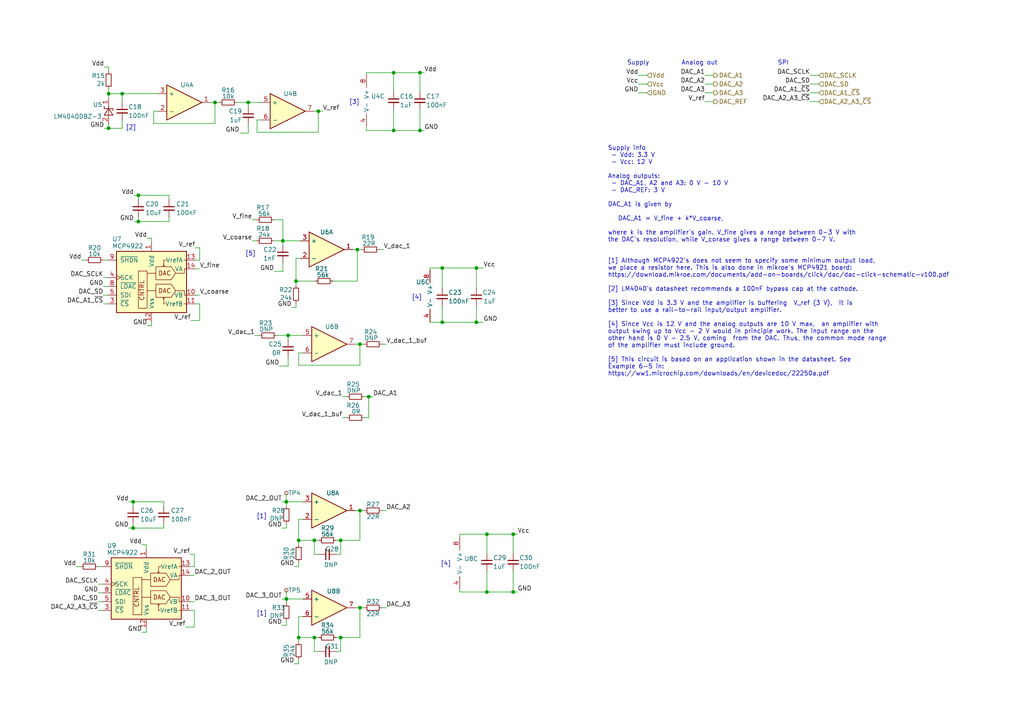
<source format=kicad_sch>
(kicad_sch (version 20211123) (generator eeschema)
  (paper "A4")
  (lib_symbols
    (symbol "Analog_DAC:MCP4922" (pin_names (offset 1.016))
      (property "Reference" "U" (at -1.905 10.795 0))
      (property "Value" "MCP4922" (at -1.905 8.89 0))
      (symbol "MCP4922_0_0"
        (polyline (pts (xy 3.556 -5.842) (xy 3.302 -6.096)))
        (polyline (pts (xy 3.556 -5.842) (xy 3.81 -6.096)))
        (polyline (pts (xy 3.556 3.302) (xy 3.302 3.556)))
        (polyline (pts (xy 3.556 3.302) (xy 3.81 3.556)))
        (polyline (pts (xy 10.16 -7.62) (xy 9.398 -7.62)))
        (polyline (pts (xy 10.16 5.08) (xy 9.398 5.08)))
        (polyline (pts (xy 4.064 -7.62) (xy 3.556 -7.62) (xy 3.556 -5.842)))
        (polyline (pts (xy 4.318 5.08) (xy 3.556 5.08) (xy 3.556 3.302)))
        (polyline (pts (xy 6.985 -3.81) (xy 9.525 -3.81) (xy 9.525 -5.08) (xy 10.16 -5.08)))
        (polyline (pts (xy 6.985 1.27) (xy 9.525 1.27) (xy 9.525 2.54) (xy 10.16 2.54)))
        (text "CNTRL" (at -2.032 -6.731 900) (effects (font (size 1.27 1.27)) (justify left bottom)))
        (text "DAC" (at 3.81 -3.81 0) (effects (font (size 1.27 1.27))))
        (text "DAC" (at 3.81 1.27 0) (effects (font (size 1.27 1.27))))
      )
      (symbol "MCP4922_0_1"
        (rectangle (start -10.16 7.62) (end 10.16 -10.16) (stroke (width 0.254)) (fill (type background)))
        (rectangle (start -1.27 -8.89) (end -3.81 1.905))
        (polyline (pts (xy 1.27 -3.81) (xy -1.27 -3.81)))
        (polyline (pts (xy 1.27 1.27) (xy -1.27 1.27)))
        (polyline (pts (xy 6.985 -3.81) (xy 5.715 -1.905) (xy 1.27 -1.905) (xy 1.27 -5.715) (xy 5.715 -5.715) (xy 6.985 -3.81)))
        (polyline (pts (xy 6.985 1.27) (xy 5.715 3.175) (xy 1.27 3.175) (xy 1.27 -0.635) (xy 5.715 -0.635) (xy 6.985 1.27)))
      )
      (symbol "MCP4922_1_1"
        (pin power_in line (at 0 10.16 270) (length 2.54) (name "Vdd") (number "1"))
        (pin output line (at 12.7 -5.08 180) (length 2.54) (name "VB") (number "10"))
        (pin input line (at 12.7 -7.62 180) (length 2.54) (name "VrefB") (number "11"))
        (pin power_in line (at 0 -12.7 90) (length 2.54) (name "Vss") (number "12"))
        (pin input line (at 12.7 5.08 180) (length 2.54) (name "VrefA") (number "13"))
        (pin output line (at 12.7 2.54 180) (length 2.54) (name "VA") (number "14"))
        (pin no_connect line (at -7.62 -12.7 90) (length 2.54) hide (name "NC") (number "2"))
        (pin input line (at -12.7 -7.62 0) (length 2.54) (name "~{CS}") (number "3"))
        (pin input clock (at -12.7 0 0) (length 2.54) (name "SCK") (number "4"))
        (pin input line (at -12.7 -5.08 0) (length 2.54) (name "SDI") (number "5"))
        (pin no_connect line (at -5.08 -12.7 90) (length 2.54) hide (name "NC") (number "6"))
        (pin no_connect line (at -2.54 -12.7 90) (length 2.54) hide (name "NC") (number "7"))
        (pin input line (at -12.7 -2.54 0) (length 2.54) (name "~{LDAC}") (number "8"))
        (pin output line (at -12.7 5.08 0) (length 2.54) (name "~{SHDN}") (number "9"))
      )
    )
    (symbol "Connector:TestPoint_Small" (pin_numbers hide) (pin_names (offset 0.762) hide)
      (property "Reference" "TP" (at 0 3.81 0))
      (property "Value" "TestPoint_Small" (at 0 2.032 0))
      (symbol "TestPoint_Small_0_1"
        (circle (center 0 0) (radius 0.508))
      )
      (symbol "TestPoint_Small_1_1"
        (pin passive line (at 0 0 90) (length 0) (name "1") (number "1"))
      )
    )
    (symbol "Device:C_Small" (pin_numbers hide) (pin_names (offset 0.254) hide)
      (property "Reference" "C" (at 0.254 1.778 0))
      (property "Value" "C_Small" (at 0.254 -2.032 0))
      (symbol "C_Small_0_1"
        (polyline (pts (xy -1.524 -0.508) (xy 1.524 -0.508)) (stroke (width 0.3302)))
        (polyline (pts (xy -1.524 0.508) (xy 1.524 0.508)) (stroke (width 0.3048)))
      )
      (symbol "C_Small_1_1"
        (pin passive line (at 0 2.54 270) (length 2.032) (name "~") (number "1"))
        (pin passive line (at 0 -2.54 90) (length 2.032) (name "~") (number "2"))
      )
    )
    (symbol "Device:Opamp_Dual"
      (property "Reference" "U" (at 0 5.08 0))
      (property "Value" "Opamp_Dual" (at 0 -5.08 0))
      (symbol "Opamp_Dual_1_1"
        (polyline (pts (xy -5.08 5.08) (xy 5.08 0) (xy -5.08 -5.08) (xy -5.08 5.08)) (stroke (width 0.254)) (fill (type background)))
        (pin output line (at 7.62 0 180) (length 2.54) (name "~") (number "1"))
        (pin input line (at -7.62 -2.54 0) (length 2.54) (name "-") (number "2"))
        (pin input line (at -7.62 2.54 0) (length 2.54) (name "+") (number "3"))
      )
      (symbol "Opamp_Dual_2_1"
        (polyline (pts (xy -5.08 5.08) (xy 5.08 0) (xy -5.08 -5.08) (xy -5.08 5.08)) (stroke (width 0.254)) (fill (type background)))
        (pin input line (at -7.62 2.54 0) (length 2.54) (name "+") (number "5"))
        (pin input line (at -7.62 -2.54 0) (length 2.54) (name "-") (number "6"))
        (pin output line (at 7.62 0 180) (length 2.54) (name "~") (number "7"))
      )
      (symbol "Opamp_Dual_3_1"
        (pin power_in line (at -2.54 -7.62 90) (length 3.81) (name "V-") (number "4"))
        (pin power_in line (at -2.54 7.62 270) (length 3.81) (name "V+") (number "8"))
      )
    )
    (symbol "Device:R_Small" (pin_numbers hide) (pin_names (offset 0.254) hide)
      (property "Reference" "R" (at 0.762 0.508 0))
      (property "Value" "R_Small" (at 0.762 -1.016 0))
      (symbol "R_Small_0_1"
        (rectangle (start -0.762 1.778) (end 0.762 -1.778) (stroke (width 0.2032)))
      )
      (symbol "R_Small_1_1"
        (pin passive line (at 0 2.54 270) (length 0.762) (name "~") (number "1"))
        (pin passive line (at 0 -2.54 90) (length 0.762) (name "~") (number "2"))
      )
    )
    (symbol "Reference_Voltage:LM4040DBZ-3" (pin_names (offset 0.0254) hide)
      (property "Reference" "U" (at 0 2.54 0))
      (property "Value" "LM4040DBZ-3" (at 0 -3.175 0))
      (symbol "LM4040DBZ-3_0_1"
        (polyline (pts (xy -1.27 0) (xy 0 0) (xy 1.27 0)))
        (polyline (pts (xy -1.27 -1.27) (xy 0.635 0) (xy -1.27 1.27) (xy -1.27 -1.27)) (stroke (width 0.2032)))
        (polyline (pts (xy 0 -1.27) (xy 0.635 -1.27) (xy 0.635 1.27) (xy 1.27 1.27)) (stroke (width 0.2032)))
      )
      (symbol "LM4040DBZ-3_1_1"
        (pin passive line (at 3.81 0 180) (length 2.54) (name "K") (number "1"))
        (pin passive line (at -3.81 0 0) (length 2.54) (name "A") (number "2"))
      )
    )
  )
  (junction (at 40.132 56.642))
  (junction (at 82.042 69.85))
  (junction (at 104.394 148.082))
  (junction (at 98.806 184.912))
  (junction (at 83.058 145.542))
  (junction (at 31.496 37.211))
  (junction (at 62.357 29.718))
  (junction (at 83.566 97.282))
  (junction (at 141.224 171.704))
  (junction (at 121.793 37.846))
  (junction (at 91.186 156.718))
  (junction (at 121.793 21.082))
  (junction (at 106.934 115.062))
  (junction (at 148.844 154.94))
  (junction (at 83.058 173.736))
  (junction (at 104.394 176.276))
  (junction (at 128.27 77.724))
  (junction (at 85.852 81.534))
  (junction (at 128.27 93.472))
  (junction (at 86.614 184.912))
  (junction (at 91.186 184.912))
  (junction (at 141.224 154.94))
  (junction (at 138.176 77.724))
  (junction (at 38.608 145.542))
  (junction (at 138.176 93.472))
  (junction (at 72.009 29.718))
  (junction (at 104.394 99.822))
  (junction (at 92.329 32.258))
  (junction (at 31.496 27.178))
  (junction (at 114.173 37.846))
  (junction (at 35.433 27.178))
  (junction (at 148.844 171.704))
  (junction (at 86.614 156.718))
  (junction (at 103.632 72.39))
  (junction (at 38.608 153.162))
  (junction (at 114.173 21.082))
  (junction (at 98.806 156.718))
  (junction (at 40.132 64.262))
  (wire (pts (xy 148.844 171.704) (xy 150.114 171.704)))
  (wire (pts (xy 29.972 85.598) (xy 31.242 85.598)))
  (wire (pts (xy 29.972 88.138) (xy 31.242 88.138)))
  (wire (pts (xy 110.744 99.822) (xy 112.014 99.822)))
  (wire (pts (xy 92.456 160.782) (xy 91.186 160.782)))
  (wire (pts (xy 56.388 177.038) (xy 56.388 181.864)))
  (wire (pts (xy 85.344 192.532) (xy 86.614 192.532)))
  (wire (pts (xy 91.186 156.718) (xy 92.456 156.718)))
  (wire (pts (xy 128.27 77.724) (xy 128.27 83.566)))
  (wire (pts (xy 29.972 75.438) (xy 31.242 75.438)))
  (wire (pts (xy 56.642 77.978) (xy 57.912 77.978)))
  (wire (pts (xy 53.848 181.864) (xy 56.388 181.864)))
  (wire (pts (xy 80.264 97.282) (xy 83.566 97.282)))
  (wire (pts (xy 141.224 165.608) (xy 141.224 171.704)))
  (wire (pts (xy 35.433 27.178) (xy 45.847 27.178)))
  (wire (pts (xy 141.224 160.528) (xy 141.224 154.94)))
  (wire (pts (xy 133.35 154.94) (xy 133.35 155.702)))
  (wire (pts (xy 98.806 156.718) (xy 104.394 156.718)))
  (wire (pts (xy 98.806 160.782) (xy 98.806 156.718)))
  (wire (pts (xy 148.844 154.94) (xy 150.114 154.94)))
  (wire (pts (xy 234.95 29.464) (xy 237.49 29.464)))
  (wire (pts (xy 41.148 183.388) (xy 42.418 183.388)))
  (wire (pts (xy 81.788 145.542) (xy 83.058 145.542)))
  (wire (pts (xy 128.27 88.646) (xy 128.27 93.472)))
  (wire (pts (xy 97.536 184.912) (xy 98.806 184.912)))
  (wire (pts (xy 87.884 178.816) (xy 86.614 178.816)))
  (wire (pts (xy 97.536 160.782) (xy 98.806 160.782)))
  (wire (pts (xy 86.614 178.816) (xy 86.614 184.912)))
  (wire (pts (xy 85.344 164.338) (xy 86.614 164.338)))
  (wire (pts (xy 138.176 88.646) (xy 138.176 93.472)))
  (wire (pts (xy 87.884 150.622) (xy 86.614 150.622)))
  (wire (pts (xy 86.614 164.338) (xy 86.614 163.068)))
  (wire (pts (xy 72.009 29.718) (xy 75.819 29.718)))
  (wire (pts (xy 73.152 69.85) (xy 74.422 69.85)))
  (wire (pts (xy 81.788 173.736) (xy 83.058 173.736)))
  (wire (pts (xy 55.372 92.964) (xy 57.912 92.964)))
  (wire (pts (xy 83.058 153.162) (xy 83.058 151.892)))
  (wire (pts (xy 28.448 171.958) (xy 29.718 171.958)))
  (wire (pts (xy 204.47 21.844) (xy 207.01 21.844)))
  (wire (pts (xy 99.314 115.062) (xy 100.584 115.062)))
  (wire (pts (xy 42.672 94.488) (xy 43.942 94.488)))
  (wire (pts (xy 83.566 97.282) (xy 87.884 97.282)))
  (wire (pts (xy 124.714 77.724) (xy 128.27 77.724)))
  (wire (pts (xy 138.176 77.724) (xy 138.176 83.566)))
  (wire (pts (xy 84.582 89.154) (xy 85.852 89.154)))
  (wire (pts (xy 106.934 121.158) (xy 106.934 115.062)))
  (wire (pts (xy 35.433 29.718) (xy 35.433 27.178)))
  (wire (pts (xy 57.912 88.138) (xy 56.642 88.138)))
  (wire (pts (xy 98.806 188.976) (xy 98.806 184.912)))
  (wire (pts (xy 28.448 164.338) (xy 29.718 164.338)))
  (wire (pts (xy 86.614 184.912) (xy 91.186 184.912)))
  (wire (pts (xy 82.042 76.2) (xy 82.042 78.74)))
  (wire (pts (xy 37.338 145.542) (xy 38.608 145.542)))
  (wire (pts (xy 121.793 37.846) (xy 123.063 37.846)))
  (wire (pts (xy 91.186 160.782) (xy 91.186 156.718)))
  (wire (pts (xy 41.148 157.988) (xy 42.418 157.988)))
  (wire (pts (xy 102.362 72.39) (xy 103.632 72.39)))
  (wire (pts (xy 40.132 64.262) (xy 49.022 64.262)))
  (wire (pts (xy 55.118 160.782) (xy 56.388 160.782)))
  (wire (pts (xy 114.173 26.67) (xy 114.173 21.082)))
  (wire (pts (xy 138.176 77.724) (xy 140.208 77.724)))
  (wire (pts (xy 92.329 32.258) (xy 93.599 32.258)))
  (wire (pts (xy 31.496 19.431) (xy 31.496 20.701)))
  (wire (pts (xy 42.672 69.088) (xy 43.942 69.088)))
  (wire (pts (xy 204.47 26.924) (xy 207.01 26.924)))
  (wire (pts (xy 38.862 56.642) (xy 40.132 56.642)))
  (wire (pts (xy 56.642 71.882) (xy 57.912 71.882)))
  (wire (pts (xy 121.793 21.082) (xy 123.063 21.082)))
  (wire (pts (xy 82.042 69.85) (xy 82.042 71.12)))
  (wire (pts (xy 86.614 192.532) (xy 86.614 191.262)))
  (wire (pts (xy 83.566 106.172) (xy 83.566 103.632)))
  (wire (pts (xy 96.52 81.534) (xy 103.632 81.534)))
  (wire (pts (xy 44.577 32.258) (xy 44.577 35.814)))
  (wire (pts (xy 141.224 154.94) (xy 148.844 154.94)))
  (wire (pts (xy 104.394 99.822) (xy 103.124 99.822)))
  (wire (pts (xy 114.173 37.846) (xy 121.793 37.846)))
  (wire (pts (xy 92.329 32.258) (xy 91.059 32.258)))
  (wire (pts (xy 85.852 81.534) (xy 85.852 82.804)))
  (wire (pts (xy 83.058 173.736) (xy 83.058 175.006)))
  (wire (pts (xy 114.173 21.082) (xy 121.793 21.082)))
  (wire (pts (xy 83.058 181.356) (xy 83.058 180.086)))
  (wire (pts (xy 109.982 72.39) (xy 111.252 72.39)))
  (wire (pts (xy 148.844 160.528) (xy 148.844 154.94)))
  (wire (pts (xy 148.844 165.608) (xy 148.844 171.704)))
  (wire (pts (xy 69.469 38.608) (xy 72.009 38.608)))
  (wire (pts (xy 44.577 35.814) (xy 62.357 35.814)))
  (wire (pts (xy 38.608 145.542) (xy 38.608 146.812)))
  (wire (pts (xy 105.664 121.158) (xy 106.934 121.158)))
  (wire (pts (xy 31.496 37.211) (xy 35.433 37.211)))
  (wire (pts (xy 45.847 32.258) (xy 44.577 32.258)))
  (wire (pts (xy 56.642 85.598) (xy 57.912 85.598)))
  (wire (pts (xy 121.793 26.67) (xy 121.793 21.082)))
  (wire (pts (xy 72.009 38.608) (xy 72.009 36.068)))
  (wire (pts (xy 30.226 19.431) (xy 31.496 19.431)))
  (wire (pts (xy 98.806 184.912) (xy 104.394 184.912)))
  (wire (pts (xy 133.35 171.704) (xy 141.224 171.704)))
  (wire (pts (xy 124.714 78.232) (xy 124.714 77.724)))
  (wire (pts (xy 42.418 157.988) (xy 42.418 159.258)))
  (wire (pts (xy 86.614 156.718) (xy 91.186 156.718)))
  (wire (pts (xy 68.707 29.718) (xy 72.009 29.718)))
  (wire (pts (xy 106.299 21.59) (xy 106.299 21.082)))
  (wire (pts (xy 43.942 69.088) (xy 43.942 70.358)))
  (wire (pts (xy 85.852 81.534) (xy 85.852 74.93)))
  (wire (pts (xy 28.448 177.038) (xy 29.718 177.038)))
  (wire (pts (xy 56.388 164.338) (xy 55.118 164.338)))
  (wire (pts (xy 42.418 183.388) (xy 42.418 182.118)))
  (wire (pts (xy 62.357 29.718) (xy 63.627 29.718)))
  (wire (pts (xy 83.058 171.196) (xy 83.058 173.736)))
  (wire (pts (xy 138.176 93.472) (xy 140.208 93.472)))
  (wire (pts (xy 47.498 145.542) (xy 47.498 146.812)))
  (wire (pts (xy 133.35 154.94) (xy 141.224 154.94)))
  (wire (pts (xy 72.009 29.718) (xy 72.009 30.988)))
  (wire (pts (xy 57.912 88.138) (xy 57.912 92.964)))
  (wire (pts (xy 133.35 170.942) (xy 133.35 171.704)))
  (wire (pts (xy 31.496 35.941) (xy 31.496 37.211)))
  (wire (pts (xy 110.744 176.276) (xy 112.014 176.276)))
  (wire (pts (xy 104.394 184.912) (xy 104.394 176.276)))
  (wire (pts (xy 103.124 176.276) (xy 104.394 176.276)))
  (wire (pts (xy 204.47 29.464) (xy 207.01 29.464)))
  (wire (pts (xy 106.934 115.062) (xy 108.204 115.062)))
  (wire (pts (xy 86.614 156.718) (xy 86.614 157.988)))
  (wire (pts (xy 92.456 188.976) (xy 91.186 188.976)))
  (wire (pts (xy 81.788 153.162) (xy 83.058 153.162)))
  (wire (pts (xy 55.118 166.878) (xy 56.388 166.878)))
  (wire (pts (xy 38.608 153.162) (xy 47.498 153.162)))
  (wire (pts (xy 104.394 156.718) (xy 104.394 148.082)))
  (wire (pts (xy 30.226 37.211) (xy 31.496 37.211)))
  (wire (pts (xy 81.026 106.172) (xy 83.566 106.172)))
  (wire (pts (xy 234.95 26.924) (xy 237.49 26.924)))
  (wire (pts (xy 87.884 102.362) (xy 86.614 102.362)))
  (wire (pts (xy 40.132 56.642) (xy 49.022 56.642)))
  (wire (pts (xy 91.186 188.976) (xy 91.186 184.912)))
  (wire (pts (xy 91.186 184.912) (xy 92.456 184.912)))
  (wire (pts (xy 92.329 38.354) (xy 92.329 32.258)))
  (wire (pts (xy 97.536 156.718) (xy 98.806 156.718)))
  (wire (pts (xy 138.176 93.472) (xy 128.27 93.472)))
  (wire (pts (xy 104.394 148.082) (xy 105.664 148.082)))
  (wire (pts (xy 81.788 181.356) (xy 83.058 181.356)))
  (wire (pts (xy 87.884 145.542) (xy 83.058 145.542)))
  (wire (pts (xy 56.388 160.782) (xy 56.388 164.338)))
  (wire (pts (xy 82.042 63.754) (xy 82.042 69.85)))
  (wire (pts (xy 204.47 24.384) (xy 207.01 24.384)))
  (wire (pts (xy 83.058 173.736) (xy 87.884 173.736)))
  (wire (pts (xy 85.852 89.154) (xy 85.852 87.884)))
  (wire (pts (xy 110.744 148.082) (xy 112.014 148.082)))
  (wire (pts (xy 104.394 105.918) (xy 104.394 99.822)))
  (wire (pts (xy 28.448 169.418) (xy 29.718 169.418)))
  (wire (pts (xy 86.614 105.918) (xy 104.394 105.918)))
  (wire (pts (xy 185.166 24.384) (xy 187.706 24.384)))
  (wire (pts (xy 106.299 36.83) (xy 106.299 37.846)))
  (wire (pts (xy 40.132 56.642) (xy 40.132 57.912)))
  (wire (pts (xy 83.058 143.002) (xy 83.058 145.542)))
  (wire (pts (xy 103.124 148.082) (xy 104.394 148.082)))
  (wire (pts (xy 38.608 151.892) (xy 38.608 153.162)))
  (wire (pts (xy 97.536 188.976) (xy 98.806 188.976)))
  (wire (pts (xy 28.448 174.498) (xy 29.718 174.498)))
  (wire (pts (xy 47.498 153.162) (xy 47.498 151.892)))
  (wire (pts (xy 79.502 69.85) (xy 82.042 69.85)))
  (wire (pts (xy 82.042 78.74) (xy 79.502 78.74)))
  (wire (pts (xy 99.314 121.158) (xy 100.584 121.158)))
  (wire (pts (xy 85.852 81.534) (xy 91.44 81.534)))
  (wire (pts (xy 57.912 71.882) (xy 57.912 75.438)))
  (wire (pts (xy 38.862 64.262) (xy 40.132 64.262)))
  (wire (pts (xy 31.496 27.178) (xy 31.496 28.321)))
  (wire (pts (xy 105.664 115.062) (xy 106.934 115.062)))
  (wire (pts (xy 57.912 75.438) (xy 56.642 75.438)))
  (wire (pts (xy 104.394 176.276) (xy 105.664 176.276)))
  (wire (pts (xy 62.357 35.814) (xy 62.357 29.718)))
  (wire (pts (xy 75.819 34.798) (xy 74.549 34.798)))
  (wire (pts (xy 185.166 21.844) (xy 187.706 21.844)))
  (wire (pts (xy 86.614 184.912) (xy 86.614 186.182)))
  (wire (pts (xy 234.95 21.844) (xy 237.49 21.844)))
  (wire (pts (xy 22.098 164.338) (xy 23.368 164.338)))
  (wire (pts (xy 37.338 153.162) (xy 38.608 153.162)))
  (wire (pts (xy 114.173 31.75) (xy 114.173 37.846)))
  (wire (pts (xy 73.914 97.282) (xy 75.184 97.282)))
  (wire (pts (xy 87.122 69.85) (xy 82.042 69.85)))
  (wire (pts (xy 40.132 62.992) (xy 40.132 64.262)))
  (wire (pts (xy 56.388 177.038) (xy 55.118 177.038)))
  (wire (pts (xy 74.549 34.798) (xy 74.549 38.354)))
  (wire (pts (xy 29.972 83.058) (xy 31.242 83.058)))
  (wire (pts (xy 29.972 80.518) (xy 31.242 80.518)))
  (wire (pts (xy 55.118 174.498) (xy 56.388 174.498)))
  (wire (pts (xy 83.566 97.282) (xy 83.566 98.552)))
  (wire (pts (xy 62.357 29.718) (xy 61.087 29.718)))
  (wire (pts (xy 106.299 21.082) (xy 114.173 21.082)))
  (wire (pts (xy 43.942 94.488) (xy 43.942 93.218)))
  (wire (pts (xy 49.022 56.642) (xy 49.022 57.912)))
  (wire (pts (xy 86.614 150.622) (xy 86.614 156.718)))
  (wire (pts (xy 79.502 63.754) (xy 82.042 63.754)))
  (wire (pts (xy 35.433 27.178) (xy 31.496 27.178)))
  (wire (pts (xy 234.95 24.384) (xy 237.49 24.384)))
  (wire (pts (xy 83.058 145.542) (xy 83.058 146.812)))
  (wire (pts (xy 73.152 63.754) (xy 74.422 63.754)))
  (wire (pts (xy 103.632 72.39) (xy 104.902 72.39)))
  (wire (pts (xy 35.433 34.798) (xy 35.433 37.211)))
  (wire (pts (xy 128.27 77.724) (xy 138.176 77.724)))
  (wire (pts (xy 23.622 75.438) (xy 24.892 75.438)))
  (wire (pts (xy 121.793 31.75) (xy 121.793 37.846)))
  (wire (pts (xy 128.27 93.472) (xy 124.714 93.472)))
  (wire (pts (xy 104.394 99.822) (xy 105.664 99.822)))
  (wire (pts (xy 86.614 102.362) (xy 86.614 105.918)))
  (wire (pts (xy 49.022 64.262) (xy 49.022 62.992)))
  (wire (pts (xy 85.852 74.93) (xy 87.122 74.93)))
  (wire (pts (xy 185.166 26.924) (xy 187.706 26.924)))
  (wire (pts (xy 103.632 72.39) (xy 103.632 81.534)))
  (wire (pts (xy 31.496 25.781) (xy 31.496 27.178)))
  (wire (pts (xy 74.549 38.354) (xy 92.329 38.354)))
  (wire (pts (xy 141.224 171.704) (xy 148.844 171.704)))
  (wire (pts (xy 106.299 37.846) (xy 114.173 37.846)))
  (wire (pts (xy 38.608 145.542) (xy 47.498 145.542)))
  (text "[4]" (at 127.762 164.338 0) (effects (font (size 1.27 1.27)) (justify left bottom)))
  (text "[1]" (at 77.47 178.816 180) (effects (font (size 1.27 1.27)) (justify right bottom)))
  (text "Supply info\n - Vdd: 3.3 V\n - Vcc: 12 V\n\nAnalog outputs:\n - DAC_A1, A2 and A3: 0 V - 10 V\n - DAC_REF: 3 V\n\nDAC_A1 is given by\n\n   DAC_A1 = V_fine + k*V_coarse,\n\nwhere k is the amplifier's gain. V_fine gives a range between 0-3 V with\nthe DAC's resolution, while V_corase gives a range between 0-7 V.\n\n\n[1] Although MCP4922's does not seem to specify some minimum output load, \nwe place a resistor here. This is also done in mikroe's MCP4921 board:\nhttps://download.mikroe.com/documents/add-on-boards/click/dac/dac-click-schematic-v100.pdf\n\n[2] LM4040's datasheet recommends a 100nF bypass cap at the cathode.\n\n[3] Since Vdd is 3.3 V and the amplifier is buffering  V_ref (3 V),  it is \nbetter to use a rail-to-rail input/output amplifier.\n\n[4] Since Vcc is 12 V and the analog outputs are 10 V max,  an amplifier with\noutput swing up to Vcc - 2 V would in principle work. The input range on the\nother hand is 0 V - 2.5 V, coming  from the DAC. Thus, the common mode range \nof the amplifier must include ground. \n\n[5] This circuit is based on an application shown in the datasheet. See \nExample 6-5 in:\nhttps://ww1.microchip.com/downloads/en/devicedoc/22250a.pdf" (at 176.276 109.22 0) (effects (font (size 1.27 1.27)) (justify left bottom)))
  (text "[3]" (at 101.219 30.48 0) (effects (font (size 1.27 1.27)) (justify left bottom)))
  (text "[1]" (at 77.47 150.622 180) (effects (font (size 1.27 1.27)) (justify right bottom)))
  (text "[2]" (at 36.449 37.846 0) (effects (font (size 1.27 1.27)) (justify left bottom)))
  (text "Analog out" (at 197.612 19.05 0) (effects (font (size 1.27 1.27)) (justify left bottom)))
  (text "SPI" (at 225.552 19.05 0) (effects (font (size 1.27 1.27)) (justify left bottom)))
  (text "[5]" (at 71.12 74.422 0) (effects (font (size 1.27 1.27)) (justify left bottom)))
  (text "Supply" (at 181.864 19.05 0) (effects (font (size 1.27 1.27)) (justify left bottom)))
  (text "[4]" (at 119.38 87.122 0) (effects (font (size 1.27 1.27)) (justify left bottom)))
  (label "DAC_SD" (at 29.972 85.598 180))
  (label "GND" (at 28.448 171.958 180))
  (label "DAC_3_OUT" (at 81.788 173.736 180))
  (label "GND" (at 85.344 192.532 180))
  (label "DAC_2_OUT" (at 56.388 166.878 0))
  (label "GND" (at 38.862 64.262 180))
  (label "V_ref" (at 55.118 160.782 180))
  (label "GND" (at 150.114 171.704 0))
  (label "Vdd" (at 185.166 21.844 180))
  (label "V_dac_1" (at 111.252 72.39 0))
  (label "GND" (at 140.208 93.472 0))
  (label "V_ref" (at 55.372 92.964 180))
  (label "DAC_A3" (at 204.47 26.924 180))
  (label "DAC_A1_~{CS}" (at 29.972 88.138 180))
  (label "Vdd" (at 22.098 164.338 180))
  (label "DAC_SCLK" (at 28.448 169.418 180))
  (label "GND" (at 84.582 89.154 180))
  (label "GND" (at 42.672 94.488 180))
  (label "GND" (at 37.338 153.162 180))
  (label "DAC_3_OUT" (at 56.388 174.498 0))
  (label "Vdd" (at 41.148 157.988 180))
  (label "V_fine" (at 73.152 63.754 180))
  (label "DAC_A2_A3_~{CS}" (at 28.448 177.038 180))
  (label "GND" (at 29.972 83.058 180))
  (label "GND" (at 81.026 106.172 180))
  (label "Vdd" (at 30.226 19.431 180))
  (label "GND" (at 81.788 153.162 180))
  (label "Vdd" (at 37.338 145.542 180))
  (label "V_dac_1" (at 73.914 97.282 180))
  (label "V_dac_1_buf" (at 99.314 121.158 180))
  (label "V_dac_1_buf" (at 112.014 99.822 0))
  (label "V_coarse" (at 57.912 85.598 0))
  (label "V_dac_1" (at 99.314 115.062 180))
  (label "V_ref" (at 56.642 71.882 180))
  (label "DAC_SCLK" (at 234.95 21.844 180))
  (label "DAC_SCLK" (at 29.972 80.518 180))
  (label "DAC_A1_~{CS}" (at 234.95 26.924 180))
  (label "Vcc" (at 150.114 154.94 0))
  (label "Vdd" (at 38.862 56.642 180))
  (label "V_ref" (at 93.599 32.258 0))
  (label "V_fine" (at 57.912 77.978 0))
  (label "GND" (at 185.166 26.924 180))
  (label "GND" (at 79.502 78.74 180))
  (label "DAC_SD" (at 234.95 24.384 180))
  (label "DAC_A2" (at 204.47 24.384 180))
  (label "GND" (at 85.344 164.338 180))
  (label "V_ref" (at 53.848 181.864 180))
  (label "GND" (at 30.226 37.211 180))
  (label "Vdd" (at 23.622 75.438 180))
  (label "DAC_SD" (at 28.448 174.498 180))
  (label "DAC_2_OUT" (at 81.788 145.542 180))
  (label "GND" (at 123.063 37.846 0))
  (label "Vdd" (at 42.672 69.088 180))
  (label "V_ref" (at 204.47 29.464 180))
  (label "DAC_A1" (at 108.204 115.062 0))
  (label "Vcc" (at 185.166 24.384 180))
  (label "GND" (at 41.148 183.388 180))
  (label "Vdd" (at 123.063 21.082 0))
  (label "DAC_A2" (at 112.014 148.082 0))
  (label "GND" (at 69.469 38.608 180))
  (label "V_coarse" (at 73.152 69.85 180))
  (label "DAC_A1" (at 204.47 21.844 180))
  (label "GND" (at 81.788 181.356 180))
  (label "Vcc" (at 140.208 77.724 0))
  (label "DAC_A3" (at 112.014 176.276 0))
  (label "DAC_A2_A3_~{CS}" (at 234.95 29.464 180))
  (hierarchical_label "Vcc" (shape input) (at 187.706 24.384 0))
  (hierarchical_label "DAC_SCLK" (shape input) (at 237.49 21.844 0))
  (hierarchical_label "DAC_A3" (shape output) (at 207.01 26.924 0))
  (hierarchical_label "DAC_A1" (shape output) (at 207.01 21.844 0))
  (hierarchical_label "DAC_REF" (shape output) (at 207.01 29.464 0))
  (hierarchical_label "DAC_A2_A3_~{CS}" (shape input) (at 237.49 29.464 0))
  (hierarchical_label "Vdd" (shape input) (at 187.706 21.844 0))
  (hierarchical_label "DAC_A1_~{CS}" (shape input) (at 237.49 26.924 0))
  (hierarchical_label "DAC_SD" (shape input) (at 237.49 24.384 0))
  (hierarchical_label "GND" (shape input) (at 187.706 26.924 0))
  (hierarchical_label "DAC_A2" (shape output) (at 207.01 24.384 0))
  (symbol (lib_id "Device:C_Small") (at 141.224 163.068 0) (unit 1)
    (property "Reference" "C29" (at 143.002 161.798 0) (effects (justify left)))
    (property "Value" "1uF" (at 143.002 164.338 0) (effects (justify left)))
    (property "Footprint" "Capacitor_SMD:C_0805_2012Metric_Pad1.18x1.45mm_HandSolder" (effects hide))
  )
  (symbol (lib_id "Device:Opamp_Dual") (at 108.839 29.21 0) (unit 3)
    (property "Reference" "U4" (at 107.569 27.9399 0) (effects (justify left)))
    (property "Value" "Opamp_Dual" (effects hide))
    (property "Footprint" "Package_SO:SOIC-8_3.9x4.9mm_P1.27mm" (effects hide))
  )
  (symbol (lib_id "Device:C_Small") (at 94.996 188.976 90) (unit 1)
    (property "Reference" "C31" (at 98.298 187.452 90) (effects (justify left)))
    (property "Value" "DNP" (at 98.044 192.024 90) (effects (justify left)))
    (property "Footprint" "Capacitor_SMD:C_0805_2012Metric_Pad1.18x1.45mm_HandSolder" (effects hide))
  )
  (symbol (lib_id "Device:C_Small") (at 35.433 32.258 0) (unit 1)
    (property "Reference" "C18" (at 37.211 30.988 0) (effects (justify left)))
    (property "Value" "100nF" (at 37.211 33.528 0) (effects (justify left)))
    (property "Footprint" "Capacitor_SMD:C_0805_2012Metric_Pad1.18x1.45mm_HandSolder" (effects hide))
  )
  (symbol (lib_id "Device:R_Small") (at 94.996 184.912 90) (unit 1)
    (property "Reference" "R34" (at 94.996 181.356 90))
    (property "Value" "56k" (at 94.996 183.134 90))
    (property "Footprint" "Resistor_SMD:R_0805_2012Metric_Pad1.20x1.40mm_HandSolder" (effects hide))
  )
  (symbol (lib_id "Device:C_Small") (at 121.793 29.21 0) (unit 1)
    (property "Reference" "C17" (at 123.571 27.94 0) (effects (justify left)))
    (property "Value" "100nF" (at 123.571 30.48 0) (effects (justify left)))
    (property "Footprint" "Capacitor_SMD:C_0805_2012Metric_Pad1.18x1.45mm_HandSolder" (effects hide))
  )
  (symbol (lib_id "Device:C_Small") (at 40.132 60.452 0) (unit 1)
    (property "Reference" "C20" (at 42.164 59.182 0) (effects (justify left)))
    (property "Value" "10uF" (at 42.164 61.722 0) (effects (justify left)))
    (property "Footprint" "Capacitor_SMD:C_0805_2012Metric_Pad1.18x1.45mm_HandSolder" (effects hide))
  )
  (symbol (lib_id "Device:Opamp_Dual") (at 95.504 148.082 0) (unit 1)
    (property "Reference" "U8" (at 96.52 143.002 0))
    (property "Value" "Opamp_Dual" (effects hide))
    (property "Footprint" "Package_SO:SOIC-8_3.9x4.9mm_P1.27mm" (effects hide))
  )
  (symbol (lib_id "Device:C_Small") (at 72.009 33.528 0) (mirror y) (unit 1)
    (property "Reference" "C19" (at 70.231 32.258 0) (effects (justify left)))
    (property "Value" "1uF" (at 70.231 34.798 0) (effects (justify left)))
    (property "Footprint" "Capacitor_SMD:C_0805_2012Metric_Pad1.18x1.45mm_HandSolder" (effects hide))
  )
  (symbol (lib_id "Device:R_Small") (at 66.167 29.718 90) (unit 1)
    (property "Reference" "R16" (at 66.167 26.162 90))
    (property "Value" "10k" (at 66.167 27.94 90))
    (property "Footprint" "Resistor_SMD:R_0805_2012Metric_Pad1.20x1.40mm_HandSolder" (effects hide))
  )
  (symbol (lib_id "Device:R_Small") (at 83.058 177.546 0) (mirror y) (unit 1)
    (property "Reference" "R33" (at 80.772 176.276 0))
    (property "Value" "DNP" (at 80.264 178.562 0))
    (property "Footprint" "Resistor_SMD:R_0805_2012Metric_Pad1.20x1.40mm_HandSolder" (effects hide))
  )
  (symbol (lib_id "Device:R_Small") (at 25.908 164.338 90) (unit 1)
    (property "Reference" "R31" (at 25.908 160.782 90))
    (property "Value" "10k" (at 25.908 162.56 90))
    (property "Footprint" "Resistor_SMD:R_0805_2012Metric_Pad1.20x1.40mm_HandSolder" (effects hide))
  )
  (symbol (lib_id "Device:R_Small") (at 27.432 75.438 90) (unit 1)
    (property "Reference" "R20" (at 27.432 71.882 90))
    (property "Value" "10k" (at 27.432 73.66 90))
    (property "Footprint" "Resistor_SMD:R_0805_2012Metric_Pad1.20x1.40mm_HandSolder" (effects hide))
  )
  (symbol (lib_id "Device:R_Small") (at 108.204 176.276 270) (unit 1)
    (property "Reference" "R32" (at 108.204 174.498 90))
    (property "Value" "22R" (at 108.204 178.054 90))
    (property "Footprint" "Resistor_SMD:R_0805_2012Metric_Pad1.20x1.40mm_HandSolder" (effects hide))
  )
  (symbol (lib_id "Device:R_Small") (at 77.724 97.282 90) (mirror x) (unit 1)
    (property "Reference" "R23" (at 78.994 93.726 90) (effects (justify left)))
    (property "Value" "DNP" (at 79.248 95.504 90) (effects (justify left)))
    (property "Footprint" "Resistor_SMD:R_0805_2012Metric_Pad1.20x1.40mm_HandSolder" (effects hide))
  )
  (symbol (lib_id "Device:C_Small") (at 82.042 73.66 0) (mirror y) (unit 1)
    (property "Reference" "C22" (at 80.264 72.39 0) (effects (justify left)))
    (property "Value" "1nF" (at 80.01 74.93 0) (effects (justify left)))
    (property "Footprint" "Capacitor_SMD:C_0805_2012Metric_Pad1.18x1.45mm_HandSolder" (effects hide))
  )
  (symbol (lib_id "Device:R_Small") (at 108.204 99.822 90) (mirror x) (unit 1)
    (property "Reference" "R24" (at 109.474 96.266 90) (effects (justify left)))
    (property "Value" "DNP" (at 109.728 98.044 90) (effects (justify left)))
    (property "Footprint" "Resistor_SMD:R_0805_2012Metric_Pad1.20x1.40mm_HandSolder" (effects hide))
  )
  (symbol (lib_id "Device:Opamp_Dual") (at 94.742 72.39 0) (unit 1)
    (property "Reference" "U6" (at 94.742 67.31 0))
    (property "Value" "Opamp_Dual" (effects hide))
    (property "Footprint" "Package_SO:SOIC-8_3.9x4.9mm_P1.27mm" (effects hide))
  )
  (symbol (lib_id "Device:Opamp_Dual") (at 135.89 163.322 0) (unit 3)
    (property "Reference" "U8" (at 134.62 162.0519 0) (effects (justify left)))
    (property "Value" "Opamp_Dual" (effects hide))
    (property "Footprint" "Package_SO:SOIC-8_3.9x4.9mm_P1.27mm" (effects hide))
  )
  (symbol (lib_id "Device:R_Small") (at 103.124 121.158 90) (mirror x) (unit 1)
    (property "Reference" "R26" (at 104.394 117.602 90) (effects (justify left)))
    (property "Value" "0R" (at 104.648 119.38 90) (effects (justify left)))
    (property "Footprint" "Resistor_SMD:R_0805_2012Metric_Pad1.20x1.40mm_HandSolder" (effects hide))
  )
  (symbol (lib_id "Device:C_Small") (at 47.498 149.352 0) (unit 1)
    (property "Reference" "C27" (at 49.53 148.082 0) (effects (justify left)))
    (property "Value" "100nF" (at 49.53 150.622 0) (effects (justify left)))
    (property "Footprint" "Capacitor_SMD:C_0805_2012Metric_Pad1.18x1.45mm_HandSolder" (effects hide))
  )
  (symbol (lib_id "Device:C_Small") (at 148.844 163.068 0) (unit 1)
    (property "Reference" "C30" (at 150.622 161.798 0) (effects (justify left)))
    (property "Value" "100nF" (at 150.622 164.338 0) (effects (justify left)))
    (property "Footprint" "Capacitor_SMD:C_0805_2012Metric_Pad1.18x1.45mm_HandSolder" (effects hide))
  )
  (symbol (lib_id "Connector:TestPoint_Small") (at 83.058 143.002 0) (unit 1)
    (property "Reference" "TP4" (at 83.566 143.002 0) (effects (justify left)))
    (property "Value" "TestPoint_Small" (effects hide))
    (property "Footprint" "TestPoint:TestPoint_Pad_2.0x2.0mm" (effects hide))
  )
  (symbol (lib_id "Device:C_Small") (at 114.173 29.21 0) (unit 1)
    (property "Reference" "C16" (at 115.951 27.94 0) (effects (justify left)))
    (property "Value" "1uF" (at 115.951 30.48 0) (effects (justify left)))
    (property "Footprint" "Capacitor_SMD:C_0805_2012Metric_Pad1.18x1.45mm_HandSolder" (effects hide))
  )
  (symbol (lib_id "Device:R_Small") (at 76.962 69.85 90) (mirror x) (unit 1)
    (property "Reference" "R18" (at 78.232 66.294 90) (effects (justify left)))
    (property "Value" "24k" (at 78.486 68.072 90) (effects (justify left)))
    (property "Footprint" "Resistor_SMD:R_0805_2012Metric_Pad1.20x1.40mm_HandSolder" (effects hide))
  )
  (symbol (lib_id "Device:Opamp_Dual") (at 53.467 29.718 0) (unit 1)
    (property "Reference" "U4" (at 54.229 24.638 0))
    (property "Value" "Opamp_Dual" (effects hide))
    (property "Footprint" "Package_SO:SOIC-8_3.9x4.9mm_P1.27mm" (effects hide))
  )
  (symbol (lib_id "Device:R_Small") (at 108.204 148.082 270) (unit 1)
    (property "Reference" "R27" (at 108.204 146.304 90))
    (property "Value" "22R" (at 108.204 149.86 90))
    (property "Footprint" "Resistor_SMD:R_0805_2012Metric_Pad1.20x1.40mm_HandSolder" (effects hide))
  )
  (symbol (lib_id "Device:R_Small") (at 107.442 72.39 90) (mirror x) (unit 1)
    (property "Reference" "R19" (at 108.712 68.834 90) (effects (justify left)))
    (property "Value" "22R" (at 108.966 70.612 90) (effects (justify left)))
    (property "Footprint" "Resistor_SMD:R_0805_2012Metric_Pad1.20x1.40mm_HandSolder" (effects hide))
  )
  (symbol (lib_id "Device:R_Small") (at 83.058 149.352 0) (mirror y) (unit 1)
    (property "Reference" "R28" (at 80.772 148.082 0))
    (property "Value" "DNP" (at 80.264 150.368 0))
    (property "Footprint" "Resistor_SMD:R_0805_2012Metric_Pad1.20x1.40mm_HandSolder" (effects hide))
  )
  (symbol (lib_id "Analog_DAC:MCP4922") (at 43.942 80.518 0) (unit 1)
    (property "Reference" "U7" (at 32.512 69.342 0) (effects (justify left)))
    (property "Value" "MCP4922" (at 32.512 71.374 0) (effects (justify left)))
    (property "Footprint" "Package_SO:SOIC-16_3.9x9.9mm_P1.27mm" (effects hide))
    (property "Datasheet" "http://ww1.microchip.com/downloads/en/DeviceDoc/22250A.pdf" (effects hide))
  )
  (symbol (lib_id "Reference_Voltage:LM4040DBZ-3") (at 31.496 32.131 90) (unit 1)
    (property "Reference" "U5" (at 26.924 30.353 90) (effects (justify right)))
    (property "Value" "LM4040DBZ-3" (at 15.494 33.782 90) (effects (justify right)))
    (property "Footprint" "Package_TO_SOT_SMD:SOT-23" (effects hide))
    (property "Datasheet" "http://www.ti.com/lit/ds/symlink/lm4040-n.pdf" (effects hide))
  )
  (symbol (lib_id "Device:C_Small") (at 83.566 101.092 0) (mirror y) (unit 1)
    (property "Reference" "C25" (at 81.788 99.822 0) (effects (justify left)))
    (property "Value" "0R" (at 81.534 102.362 0) (effects (justify left)))
    (property "Footprint" "Capacitor_SMD:C_0805_2012Metric_Pad1.18x1.45mm_HandSolder" (effects hide))
  )
  (symbol (lib_id "Device:C_Small") (at 38.608 149.352 0) (unit 1)
    (property "Reference" "C26" (at 40.64 148.082 0) (effects (justify left)))
    (property "Value" "10uF" (at 40.64 150.622 0) (effects (justify left)))
    (property "Footprint" "Capacitor_SMD:C_0805_2012Metric_Pad1.18x1.45mm_HandSolder" (effects hide))
  )
  (symbol (lib_id "Device:Opamp_Dual") (at 95.504 99.822 0) (unit 2)
    (property "Reference" "U6" (at 96.266 94.742 0))
    (property "Value" "Opamp_Dual" (effects hide))
    (property "Footprint" "Package_SO:SOIC-8_3.9x4.9mm_P1.27mm" (effects hide))
  )
  (symbol (lib_id "Device:Opamp_Dual") (at 83.439 32.258 0) (unit 2)
    (property "Reference" "U4" (at 84.201 27.178 0))
    (property "Value" "Opamp_Dual" (effects hide))
    (property "Footprint" "Package_SO:SOIC-8_3.9x4.9mm_P1.27mm" (effects hide))
  )
  (symbol (lib_id "Device:C_Small") (at 94.996 160.782 90) (unit 1)
    (property "Reference" "C28" (at 98.298 159.258 90) (effects (justify left)))
    (property "Value" "DNP" (at 98.044 163.83 90) (effects (justify left)))
    (property "Footprint" "Capacitor_SMD:C_0805_2012Metric_Pad1.18x1.45mm_HandSolder" (effects hide))
  )
  (symbol (lib_id "Device:R_Small") (at 93.98 81.534 90) (mirror x) (unit 1)
    (property "Reference" "R21" (at 95.25 77.978 90) (effects (justify left)))
    (property "Value" "56k" (at 95.504 79.756 90) (effects (justify left)))
    (property "Footprint" "Resistor_SMD:R_0805_2012Metric_Pad1.20x1.40mm_HandSolder" (effects hide))
  )
  (symbol (lib_id "Device:Opamp_Dual") (at 127.254 85.852 0) (unit 3)
    (property "Reference" "U6" (at 120.65 81.788 0) (effects (justify left)))
    (property "Value" "Opamp_Dual" (effects hide))
    (property "Footprint" "Package_SO:SOIC-8_3.9x4.9mm_P1.27mm" (effects hide))
  )
  (symbol (lib_id "Device:R_Small") (at 76.962 63.754 90) (mirror x) (unit 1)
    (property "Reference" "R17" (at 78.232 60.198 90) (effects (justify left)))
    (property "Value" "56k" (at 78.486 61.976 90) (effects (justify left)))
    (property "Footprint" "Resistor_SMD:R_0805_2012Metric_Pad1.20x1.40mm_HandSolder" (effects hide))
  )
  (symbol (lib_id "Device:R_Small") (at 94.996 156.718 90) (unit 1)
    (property "Reference" "R29" (at 94.996 153.162 90))
    (property "Value" "56k" (at 94.996 154.94 90))
    (property "Footprint" "Resistor_SMD:R_0805_2012Metric_Pad1.20x1.40mm_HandSolder" (effects hide))
  )
  (symbol (lib_id "Device:C_Small") (at 138.176 86.106 0) (unit 1)
    (property "Reference" "C24" (at 139.954 84.836 0) (effects (justify left)))
    (property "Value" "1uF" (at 140.208 87.376 0) (effects (justify left)))
    (property "Footprint" "Capacitor_SMD:C_0805_2012Metric_Pad1.18x1.45mm_HandSolder" (effects hide))
  )
  (symbol (lib_id "Device:R_Small") (at 85.852 85.344 0) (mirror y) (unit 1)
    (property "Reference" "R22" (at 84.836 84.074 0) (effects (justify left)))
    (property "Value" "24k" (at 84.836 86.36 0) (effects (justify left)))
    (property "Footprint" "Resistor_SMD:R_0805_2012Metric_Pad1.20x1.40mm_HandSolder" (effects hide))
  )
  (symbol (lib_id "Device:R_Small") (at 86.614 160.528 180) (unit 1)
    (property "Reference" "R30" (at 83.058 160.528 90))
    (property "Value" "24k" (at 84.836 160.528 90))
    (property "Footprint" "Resistor_SMD:R_0805_2012Metric_Pad1.20x1.40mm_HandSolder" (effects hide))
  )
  (symbol (lib_id "Connector:TestPoint_Small") (at 83.058 171.196 0) (unit 1)
    (property "Reference" "TP5" (at 83.566 171.196 0) (effects (justify left)))
    (property "Value" "TestPoint_Small" (effects hide))
    (property "Footprint" "TestPoint:TestPoint_Pad_2.0x2.0mm" (effects hide))
  )
  (symbol (lib_id "Device:C_Small") (at 128.27 86.106 0) (unit 1)
    (property "Reference" "C23" (at 130.048 84.836 0) (effects (justify left)))
    (property "Value" "100nF" (at 130.048 87.376 0) (effects (justify left)))
    (property "Footprint" "Capacitor_SMD:C_0805_2012Metric_Pad1.18x1.45mm_HandSolder" (effects hide))
  )
  (symbol (lib_id "Device:C_Small") (at 49.022 60.452 0) (unit 1)
    (property "Reference" "C21" (at 51.054 59.182 0) (effects (justify left)))
    (property "Value" "100nF" (at 51.054 61.722 0) (effects (justify left)))
    (property "Footprint" "Capacitor_SMD:C_0805_2012Metric_Pad1.18x1.45mm_HandSolder" (effects hide))
  )
  (symbol (lib_id "Device:R_Small") (at 103.124 115.062 90) (mirror x) (unit 1)
    (property "Reference" "R25" (at 104.394 111.506 90) (effects (justify left)))
    (property "Value" "DNP" (at 104.648 113.284 90) (effects (justify left)))
    (property "Footprint" "Resistor_SMD:R_0805_2012Metric_Pad1.20x1.40mm_HandSolder" (effects hide))
  )
  (symbol (lib_id "Analog_DAC:MCP4922") (at 42.418 169.418 0) (unit 1)
    (property "Reference" "U9" (at 30.988 158.242 0) (effects (justify left)))
    (property "Value" "MCP4922" (at 30.988 160.274 0) (effects (justify left)))
    (property "Footprint" "Package_SO:SOIC-16_3.9x9.9mm_P1.27mm" (effects hide))
    (property "Datasheet" "http://ww1.microchip.com/downloads/en/DeviceDoc/22250A.pdf" (effects hide))
  )
  (symbol (lib_id "Device:R_Small") (at 86.614 188.722 180) (unit 1)
    (property "Reference" "R35" (at 83.058 188.722 90))
    (property "Value" "24k" (at 84.836 188.722 90))
    (property "Footprint" "Resistor_SMD:R_0805_2012Metric_Pad1.20x1.40mm_HandSolder" (effects hide))
  )
  (symbol (lib_id "Device:Opamp_Dual") (at 95.504 176.276 0) (unit 2)
    (property "Reference" "U8" (at 96.774 171.45 0))
    (property "Value" "Opamp_Dual" (effects hide))
    (property "Footprint" "Package_SO:SOIC-8_3.9x4.9mm_P1.27mm" (effects hide))
  )
  (symbol (lib_id "Device:R_Small") (at 31.496 23.241 0) (mirror y) (unit 1)
    (property "Reference" "R15" (at 30.48 21.971 0) (effects (justify left)))
    (property "Value" "2k" (at 30.48 24.257 0) (effects (justify left)))
    (property "Footprint" "Resistor_SMD:R_0805_2012Metric_Pad1.20x1.40mm_HandSolder" (effects hide))
  )
)
</source>
